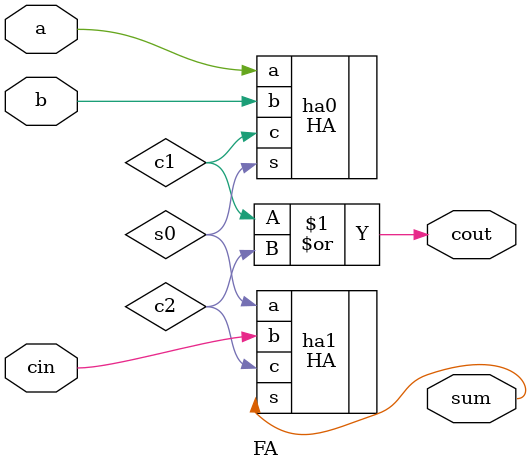
<source format=v>
`include"HA.v"
module FA (
    input wire a,b,cin,
    output wire sum,cout
    );

    wire c1,c2, s0;

    HA ha0(.a(a), .b(b), .c(c1), .s(s0));
    HA ha1(.a(s0), .b(cin), .c(c2), .s(sum));
    or or0(cout, c1, c2);

endmodule


</source>
